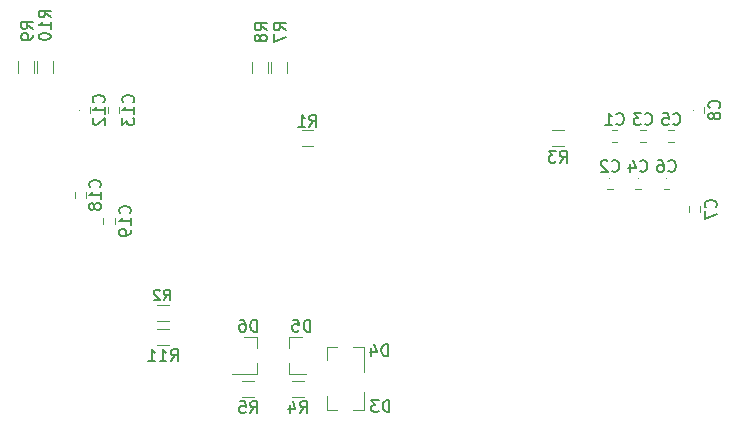
<source format=gbo>
G04 #@! TF.FileFunction,Legend,Bot*
%FSLAX46Y46*%
G04 Gerber Fmt 4.6, Leading zero omitted, Abs format (unit mm)*
G04 Created by KiCad (PCBNEW 4.0.5+dfsg1-4) date Sun Dec 23 19:03:49 2018*
%MOMM*%
%LPD*%
G01*
G04 APERTURE LIST*
%ADD10C,0.100000*%
%ADD11C,0.120000*%
%ADD12C,0.150000*%
%ADD13R,1.200000X1.300000*%
%ADD14R,1.300000X1.200000*%
%ADD15O,1.350000X1.650000*%
%ADD16O,1.950000X1.400000*%
%ADD17C,1.900000*%
%ADD18C,3.400000*%
%ADD19R,1.600000X1.300000*%
%ADD20R,1.000000X0.900000*%
%ADD21R,0.900000X1.000000*%
%ADD22O,1.900000X3.700000*%
%ADD23O,1.900000X2.700000*%
%ADD24C,3.100000*%
%ADD25R,1.300000X1.600000*%
%ADD26R,2.127200X2.127200*%
%ADD27O,2.127200X2.127200*%
%ADD28O,1.600000X2.350000*%
%ADD29O,2.350000X1.600000*%
G04 APERTURE END LIST*
D10*
D11*
X130780000Y-105160000D02*
X129850000Y-105160000D01*
X127620000Y-105160000D02*
X128550000Y-105160000D01*
X127620000Y-105160000D02*
X127620000Y-103000000D01*
X130780000Y-105160000D02*
X130780000Y-103700000D01*
X127620000Y-99840000D02*
X128550000Y-99840000D01*
X130780000Y-99840000D02*
X129850000Y-99840000D01*
X130780000Y-99840000D02*
X130780000Y-102000000D01*
X127620000Y-99840000D02*
X127620000Y-101300000D01*
X124440000Y-102180000D02*
X124440000Y-101250000D01*
X124440000Y-99020000D02*
X124440000Y-99950000D01*
X124440000Y-99020000D02*
X126600000Y-99020000D01*
X124440000Y-102180000D02*
X125900000Y-102180000D01*
X121760000Y-99020000D02*
X121760000Y-99950000D01*
X121760000Y-102180000D02*
X121760000Y-101250000D01*
X121760000Y-102180000D02*
X119600000Y-102180000D01*
X121760000Y-99020000D02*
X120300000Y-99020000D01*
X125500000Y-82880000D02*
X126500000Y-82880000D01*
X126500000Y-81520000D02*
X125500000Y-81520000D01*
X114300000Y-96320000D02*
X113300000Y-96320000D01*
X113300000Y-97680000D02*
X114300000Y-97680000D01*
X146700000Y-82880000D02*
X147700000Y-82880000D01*
X147700000Y-81520000D02*
X146700000Y-81520000D01*
X124700000Y-104080000D02*
X125700000Y-104080000D01*
X125700000Y-102720000D02*
X124700000Y-102720000D01*
X121500000Y-102720000D02*
X120500000Y-102720000D01*
X120500000Y-104080000D02*
X121500000Y-104080000D01*
X151750000Y-81530000D02*
X152250000Y-81530000D01*
X152250000Y-82470000D02*
X151750000Y-82470000D01*
X151350000Y-85530000D02*
X151850000Y-85530000D01*
X151850000Y-86470000D02*
X151350000Y-86470000D01*
X154150000Y-81530000D02*
X154650000Y-81530000D01*
X154650000Y-82470000D02*
X154150000Y-82470000D01*
X153750000Y-85530000D02*
X154250000Y-85530000D01*
X154250000Y-86470000D02*
X153750000Y-86470000D01*
X157050000Y-82470000D02*
X156550000Y-82470000D01*
X156550000Y-81530000D02*
X157050000Y-81530000D01*
X156650000Y-86470000D02*
X156150000Y-86470000D01*
X156150000Y-85530000D02*
X156650000Y-85530000D01*
X159270000Y-87950000D02*
X159270000Y-88450000D01*
X158330000Y-88450000D02*
X158330000Y-87950000D01*
X158630000Y-80050000D02*
X158630000Y-79550000D01*
X159570000Y-79550000D02*
X159570000Y-80050000D01*
X107570000Y-79550000D02*
X107570000Y-80050000D01*
X106630000Y-80050000D02*
X106630000Y-79550000D01*
X110070000Y-79550000D02*
X110070000Y-80050000D01*
X109130000Y-80050000D02*
X109130000Y-79550000D01*
X107270000Y-86750000D02*
X107270000Y-87250000D01*
X106330000Y-87250000D02*
X106330000Y-86750000D01*
X108730000Y-89450000D02*
X108730000Y-88950000D01*
X109670000Y-88950000D02*
X109670000Y-89450000D01*
X122920000Y-75700000D02*
X122920000Y-76700000D01*
X124280000Y-76700000D02*
X124280000Y-75700000D01*
X121320000Y-75700000D02*
X121320000Y-76700000D01*
X122680000Y-76700000D02*
X122680000Y-75700000D01*
X102880000Y-76650000D02*
X102880000Y-75650000D01*
X101520000Y-75650000D02*
X101520000Y-76650000D01*
X104430000Y-76650000D02*
X104430000Y-75650000D01*
X103070000Y-75650000D02*
X103070000Y-76650000D01*
X114300000Y-98320000D02*
X113300000Y-98320000D01*
X113300000Y-99680000D02*
X114300000Y-99680000D01*
D12*
X132938095Y-105352381D02*
X132938095Y-104352381D01*
X132700000Y-104352381D01*
X132557142Y-104400000D01*
X132461904Y-104495238D01*
X132414285Y-104590476D01*
X132366666Y-104780952D01*
X132366666Y-104923810D01*
X132414285Y-105114286D01*
X132461904Y-105209524D01*
X132557142Y-105304762D01*
X132700000Y-105352381D01*
X132938095Y-105352381D01*
X132033333Y-104352381D02*
X131414285Y-104352381D01*
X131747619Y-104733333D01*
X131604761Y-104733333D01*
X131509523Y-104780952D01*
X131461904Y-104828571D01*
X131414285Y-104923810D01*
X131414285Y-105161905D01*
X131461904Y-105257143D01*
X131509523Y-105304762D01*
X131604761Y-105352381D01*
X131890476Y-105352381D01*
X131985714Y-105304762D01*
X132033333Y-105257143D01*
X132838095Y-100652381D02*
X132838095Y-99652381D01*
X132600000Y-99652381D01*
X132457142Y-99700000D01*
X132361904Y-99795238D01*
X132314285Y-99890476D01*
X132266666Y-100080952D01*
X132266666Y-100223810D01*
X132314285Y-100414286D01*
X132361904Y-100509524D01*
X132457142Y-100604762D01*
X132600000Y-100652381D01*
X132838095Y-100652381D01*
X131409523Y-99985714D02*
X131409523Y-100652381D01*
X131647619Y-99604762D02*
X131885714Y-100319048D01*
X131266666Y-100319048D01*
X126238095Y-98552381D02*
X126238095Y-97552381D01*
X126000000Y-97552381D01*
X125857142Y-97600000D01*
X125761904Y-97695238D01*
X125714285Y-97790476D01*
X125666666Y-97980952D01*
X125666666Y-98123810D01*
X125714285Y-98314286D01*
X125761904Y-98409524D01*
X125857142Y-98504762D01*
X126000000Y-98552381D01*
X126238095Y-98552381D01*
X124761904Y-97552381D02*
X125238095Y-97552381D01*
X125285714Y-98028571D01*
X125238095Y-97980952D01*
X125142857Y-97933333D01*
X124904761Y-97933333D01*
X124809523Y-97980952D01*
X124761904Y-98028571D01*
X124714285Y-98123810D01*
X124714285Y-98361905D01*
X124761904Y-98457143D01*
X124809523Y-98504762D01*
X124904761Y-98552381D01*
X125142857Y-98552381D01*
X125238095Y-98504762D01*
X125285714Y-98457143D01*
X121738095Y-98552381D02*
X121738095Y-97552381D01*
X121500000Y-97552381D01*
X121357142Y-97600000D01*
X121261904Y-97695238D01*
X121214285Y-97790476D01*
X121166666Y-97980952D01*
X121166666Y-98123810D01*
X121214285Y-98314286D01*
X121261904Y-98409524D01*
X121357142Y-98504762D01*
X121500000Y-98552381D01*
X121738095Y-98552381D01*
X120309523Y-97552381D02*
X120500000Y-97552381D01*
X120595238Y-97600000D01*
X120642857Y-97647619D01*
X120738095Y-97790476D01*
X120785714Y-97980952D01*
X120785714Y-98361905D01*
X120738095Y-98457143D01*
X120690476Y-98504762D01*
X120595238Y-98552381D01*
X120404761Y-98552381D01*
X120309523Y-98504762D01*
X120261904Y-98457143D01*
X120214285Y-98361905D01*
X120214285Y-98123810D01*
X120261904Y-98028571D01*
X120309523Y-97980952D01*
X120404761Y-97933333D01*
X120595238Y-97933333D01*
X120690476Y-97980952D01*
X120738095Y-98028571D01*
X120785714Y-98123810D01*
X126166666Y-81202381D02*
X126500000Y-80726190D01*
X126738095Y-81202381D02*
X126738095Y-80202381D01*
X126357142Y-80202381D01*
X126261904Y-80250000D01*
X126214285Y-80297619D01*
X126166666Y-80392857D01*
X126166666Y-80535714D01*
X126214285Y-80630952D01*
X126261904Y-80678571D01*
X126357142Y-80726190D01*
X126738095Y-80726190D01*
X125214285Y-81202381D02*
X125785714Y-81202381D01*
X125500000Y-81202381D02*
X125500000Y-80202381D01*
X125595238Y-80345238D01*
X125690476Y-80440476D01*
X125785714Y-80488095D01*
X113850000Y-95907143D02*
X114150000Y-95478571D01*
X114364285Y-95907143D02*
X114364285Y-95007143D01*
X114021428Y-95007143D01*
X113935714Y-95050000D01*
X113892857Y-95092857D01*
X113850000Y-95178571D01*
X113850000Y-95307143D01*
X113892857Y-95392857D01*
X113935714Y-95435714D01*
X114021428Y-95478571D01*
X114364285Y-95478571D01*
X113507142Y-95092857D02*
X113464285Y-95050000D01*
X113378571Y-95007143D01*
X113164285Y-95007143D01*
X113078571Y-95050000D01*
X113035714Y-95092857D01*
X112992857Y-95178571D01*
X112992857Y-95264286D01*
X113035714Y-95392857D01*
X113550000Y-95907143D01*
X112992857Y-95907143D01*
X147366666Y-84252381D02*
X147700000Y-83776190D01*
X147938095Y-84252381D02*
X147938095Y-83252381D01*
X147557142Y-83252381D01*
X147461904Y-83300000D01*
X147414285Y-83347619D01*
X147366666Y-83442857D01*
X147366666Y-83585714D01*
X147414285Y-83680952D01*
X147461904Y-83728571D01*
X147557142Y-83776190D01*
X147938095Y-83776190D01*
X147033333Y-83252381D02*
X146414285Y-83252381D01*
X146747619Y-83633333D01*
X146604761Y-83633333D01*
X146509523Y-83680952D01*
X146461904Y-83728571D01*
X146414285Y-83823810D01*
X146414285Y-84061905D01*
X146461904Y-84157143D01*
X146509523Y-84204762D01*
X146604761Y-84252381D01*
X146890476Y-84252381D01*
X146985714Y-84204762D01*
X147033333Y-84157143D01*
X125366666Y-105452381D02*
X125700000Y-104976190D01*
X125938095Y-105452381D02*
X125938095Y-104452381D01*
X125557142Y-104452381D01*
X125461904Y-104500000D01*
X125414285Y-104547619D01*
X125366666Y-104642857D01*
X125366666Y-104785714D01*
X125414285Y-104880952D01*
X125461904Y-104928571D01*
X125557142Y-104976190D01*
X125938095Y-104976190D01*
X124509523Y-104785714D02*
X124509523Y-105452381D01*
X124747619Y-104404762D02*
X124985714Y-105119048D01*
X124366666Y-105119048D01*
X121166666Y-105452381D02*
X121500000Y-104976190D01*
X121738095Y-105452381D02*
X121738095Y-104452381D01*
X121357142Y-104452381D01*
X121261904Y-104500000D01*
X121214285Y-104547619D01*
X121166666Y-104642857D01*
X121166666Y-104785714D01*
X121214285Y-104880952D01*
X121261904Y-104928571D01*
X121357142Y-104976190D01*
X121738095Y-104976190D01*
X120261904Y-104452381D02*
X120738095Y-104452381D01*
X120785714Y-104928571D01*
X120738095Y-104880952D01*
X120642857Y-104833333D01*
X120404761Y-104833333D01*
X120309523Y-104880952D01*
X120261904Y-104928571D01*
X120214285Y-105023810D01*
X120214285Y-105261905D01*
X120261904Y-105357143D01*
X120309523Y-105404762D01*
X120404761Y-105452381D01*
X120642857Y-105452381D01*
X120738095Y-105404762D01*
X120785714Y-105357143D01*
X152166666Y-80957143D02*
X152214285Y-81004762D01*
X152357142Y-81052381D01*
X152452380Y-81052381D01*
X152595238Y-81004762D01*
X152690476Y-80909524D01*
X152738095Y-80814286D01*
X152785714Y-80623810D01*
X152785714Y-80480952D01*
X152738095Y-80290476D01*
X152690476Y-80195238D01*
X152595238Y-80100000D01*
X152452380Y-80052381D01*
X152357142Y-80052381D01*
X152214285Y-80100000D01*
X152166666Y-80147619D01*
X151214285Y-81052381D02*
X151785714Y-81052381D01*
X151500000Y-81052381D02*
X151500000Y-80052381D01*
X151595238Y-80195238D01*
X151690476Y-80290476D01*
X151785714Y-80338095D01*
X151766666Y-84957143D02*
X151814285Y-85004762D01*
X151957142Y-85052381D01*
X152052380Y-85052381D01*
X152195238Y-85004762D01*
X152290476Y-84909524D01*
X152338095Y-84814286D01*
X152385714Y-84623810D01*
X152385714Y-84480952D01*
X152338095Y-84290476D01*
X152290476Y-84195238D01*
X152195238Y-84100000D01*
X152052380Y-84052381D01*
X151957142Y-84052381D01*
X151814285Y-84100000D01*
X151766666Y-84147619D01*
X151385714Y-84147619D02*
X151338095Y-84100000D01*
X151242857Y-84052381D01*
X151004761Y-84052381D01*
X150909523Y-84100000D01*
X150861904Y-84147619D01*
X150814285Y-84242857D01*
X150814285Y-84338095D01*
X150861904Y-84480952D01*
X151433333Y-85052381D01*
X150814285Y-85052381D01*
X154566666Y-80957143D02*
X154614285Y-81004762D01*
X154757142Y-81052381D01*
X154852380Y-81052381D01*
X154995238Y-81004762D01*
X155090476Y-80909524D01*
X155138095Y-80814286D01*
X155185714Y-80623810D01*
X155185714Y-80480952D01*
X155138095Y-80290476D01*
X155090476Y-80195238D01*
X154995238Y-80100000D01*
X154852380Y-80052381D01*
X154757142Y-80052381D01*
X154614285Y-80100000D01*
X154566666Y-80147619D01*
X154233333Y-80052381D02*
X153614285Y-80052381D01*
X153947619Y-80433333D01*
X153804761Y-80433333D01*
X153709523Y-80480952D01*
X153661904Y-80528571D01*
X153614285Y-80623810D01*
X153614285Y-80861905D01*
X153661904Y-80957143D01*
X153709523Y-81004762D01*
X153804761Y-81052381D01*
X154090476Y-81052381D01*
X154185714Y-81004762D01*
X154233333Y-80957143D01*
X154166666Y-84957143D02*
X154214285Y-85004762D01*
X154357142Y-85052381D01*
X154452380Y-85052381D01*
X154595238Y-85004762D01*
X154690476Y-84909524D01*
X154738095Y-84814286D01*
X154785714Y-84623810D01*
X154785714Y-84480952D01*
X154738095Y-84290476D01*
X154690476Y-84195238D01*
X154595238Y-84100000D01*
X154452380Y-84052381D01*
X154357142Y-84052381D01*
X154214285Y-84100000D01*
X154166666Y-84147619D01*
X153309523Y-84385714D02*
X153309523Y-85052381D01*
X153547619Y-84004762D02*
X153785714Y-84719048D01*
X153166666Y-84719048D01*
X156966666Y-80957143D02*
X157014285Y-81004762D01*
X157157142Y-81052381D01*
X157252380Y-81052381D01*
X157395238Y-81004762D01*
X157490476Y-80909524D01*
X157538095Y-80814286D01*
X157585714Y-80623810D01*
X157585714Y-80480952D01*
X157538095Y-80290476D01*
X157490476Y-80195238D01*
X157395238Y-80100000D01*
X157252380Y-80052381D01*
X157157142Y-80052381D01*
X157014285Y-80100000D01*
X156966666Y-80147619D01*
X156061904Y-80052381D02*
X156538095Y-80052381D01*
X156585714Y-80528571D01*
X156538095Y-80480952D01*
X156442857Y-80433333D01*
X156204761Y-80433333D01*
X156109523Y-80480952D01*
X156061904Y-80528571D01*
X156014285Y-80623810D01*
X156014285Y-80861905D01*
X156061904Y-80957143D01*
X156109523Y-81004762D01*
X156204761Y-81052381D01*
X156442857Y-81052381D01*
X156538095Y-81004762D01*
X156585714Y-80957143D01*
X156566666Y-84957143D02*
X156614285Y-85004762D01*
X156757142Y-85052381D01*
X156852380Y-85052381D01*
X156995238Y-85004762D01*
X157090476Y-84909524D01*
X157138095Y-84814286D01*
X157185714Y-84623810D01*
X157185714Y-84480952D01*
X157138095Y-84290476D01*
X157090476Y-84195238D01*
X156995238Y-84100000D01*
X156852380Y-84052381D01*
X156757142Y-84052381D01*
X156614285Y-84100000D01*
X156566666Y-84147619D01*
X155709523Y-84052381D02*
X155900000Y-84052381D01*
X155995238Y-84100000D01*
X156042857Y-84147619D01*
X156138095Y-84290476D01*
X156185714Y-84480952D01*
X156185714Y-84861905D01*
X156138095Y-84957143D01*
X156090476Y-85004762D01*
X155995238Y-85052381D01*
X155804761Y-85052381D01*
X155709523Y-85004762D01*
X155661904Y-84957143D01*
X155614285Y-84861905D01*
X155614285Y-84623810D01*
X155661904Y-84528571D01*
X155709523Y-84480952D01*
X155804761Y-84433333D01*
X155995238Y-84433333D01*
X156090476Y-84480952D01*
X156138095Y-84528571D01*
X156185714Y-84623810D01*
X160557143Y-88033334D02*
X160604762Y-87985715D01*
X160652381Y-87842858D01*
X160652381Y-87747620D01*
X160604762Y-87604762D01*
X160509524Y-87509524D01*
X160414286Y-87461905D01*
X160223810Y-87414286D01*
X160080952Y-87414286D01*
X159890476Y-87461905D01*
X159795238Y-87509524D01*
X159700000Y-87604762D01*
X159652381Y-87747620D01*
X159652381Y-87842858D01*
X159700000Y-87985715D01*
X159747619Y-88033334D01*
X159652381Y-88366667D02*
X159652381Y-89033334D01*
X160652381Y-88604762D01*
X160857143Y-79633334D02*
X160904762Y-79585715D01*
X160952381Y-79442858D01*
X160952381Y-79347620D01*
X160904762Y-79204762D01*
X160809524Y-79109524D01*
X160714286Y-79061905D01*
X160523810Y-79014286D01*
X160380952Y-79014286D01*
X160190476Y-79061905D01*
X160095238Y-79109524D01*
X160000000Y-79204762D01*
X159952381Y-79347620D01*
X159952381Y-79442858D01*
X160000000Y-79585715D01*
X160047619Y-79633334D01*
X160380952Y-80204762D02*
X160333333Y-80109524D01*
X160285714Y-80061905D01*
X160190476Y-80014286D01*
X160142857Y-80014286D01*
X160047619Y-80061905D01*
X160000000Y-80109524D01*
X159952381Y-80204762D01*
X159952381Y-80395239D01*
X160000000Y-80490477D01*
X160047619Y-80538096D01*
X160142857Y-80585715D01*
X160190476Y-80585715D01*
X160285714Y-80538096D01*
X160333333Y-80490477D01*
X160380952Y-80395239D01*
X160380952Y-80204762D01*
X160428571Y-80109524D01*
X160476190Y-80061905D01*
X160571429Y-80014286D01*
X160761905Y-80014286D01*
X160857143Y-80061905D01*
X160904762Y-80109524D01*
X160952381Y-80204762D01*
X160952381Y-80395239D01*
X160904762Y-80490477D01*
X160857143Y-80538096D01*
X160761905Y-80585715D01*
X160571429Y-80585715D01*
X160476190Y-80538096D01*
X160428571Y-80490477D01*
X160380952Y-80395239D01*
X108727143Y-79157143D02*
X108774762Y-79109524D01*
X108822381Y-78966667D01*
X108822381Y-78871429D01*
X108774762Y-78728571D01*
X108679524Y-78633333D01*
X108584286Y-78585714D01*
X108393810Y-78538095D01*
X108250952Y-78538095D01*
X108060476Y-78585714D01*
X107965238Y-78633333D01*
X107870000Y-78728571D01*
X107822381Y-78871429D01*
X107822381Y-78966667D01*
X107870000Y-79109524D01*
X107917619Y-79157143D01*
X108822381Y-80109524D02*
X108822381Y-79538095D01*
X108822381Y-79823809D02*
X107822381Y-79823809D01*
X107965238Y-79728571D01*
X108060476Y-79633333D01*
X108108095Y-79538095D01*
X107917619Y-80490476D02*
X107870000Y-80538095D01*
X107822381Y-80633333D01*
X107822381Y-80871429D01*
X107870000Y-80966667D01*
X107917619Y-81014286D01*
X108012857Y-81061905D01*
X108108095Y-81061905D01*
X108250952Y-81014286D01*
X108822381Y-80442857D01*
X108822381Y-81061905D01*
X111227143Y-79157143D02*
X111274762Y-79109524D01*
X111322381Y-78966667D01*
X111322381Y-78871429D01*
X111274762Y-78728571D01*
X111179524Y-78633333D01*
X111084286Y-78585714D01*
X110893810Y-78538095D01*
X110750952Y-78538095D01*
X110560476Y-78585714D01*
X110465238Y-78633333D01*
X110370000Y-78728571D01*
X110322381Y-78871429D01*
X110322381Y-78966667D01*
X110370000Y-79109524D01*
X110417619Y-79157143D01*
X111322381Y-80109524D02*
X111322381Y-79538095D01*
X111322381Y-79823809D02*
X110322381Y-79823809D01*
X110465238Y-79728571D01*
X110560476Y-79633333D01*
X110608095Y-79538095D01*
X110322381Y-80442857D02*
X110322381Y-81061905D01*
X110703333Y-80728571D01*
X110703333Y-80871429D01*
X110750952Y-80966667D01*
X110798571Y-81014286D01*
X110893810Y-81061905D01*
X111131905Y-81061905D01*
X111227143Y-81014286D01*
X111274762Y-80966667D01*
X111322381Y-80871429D01*
X111322381Y-80585714D01*
X111274762Y-80490476D01*
X111227143Y-80442857D01*
X108427143Y-86357143D02*
X108474762Y-86309524D01*
X108522381Y-86166667D01*
X108522381Y-86071429D01*
X108474762Y-85928571D01*
X108379524Y-85833333D01*
X108284286Y-85785714D01*
X108093810Y-85738095D01*
X107950952Y-85738095D01*
X107760476Y-85785714D01*
X107665238Y-85833333D01*
X107570000Y-85928571D01*
X107522381Y-86071429D01*
X107522381Y-86166667D01*
X107570000Y-86309524D01*
X107617619Y-86357143D01*
X108522381Y-87309524D02*
X108522381Y-86738095D01*
X108522381Y-87023809D02*
X107522381Y-87023809D01*
X107665238Y-86928571D01*
X107760476Y-86833333D01*
X107808095Y-86738095D01*
X107950952Y-87880952D02*
X107903333Y-87785714D01*
X107855714Y-87738095D01*
X107760476Y-87690476D01*
X107712857Y-87690476D01*
X107617619Y-87738095D01*
X107570000Y-87785714D01*
X107522381Y-87880952D01*
X107522381Y-88071429D01*
X107570000Y-88166667D01*
X107617619Y-88214286D01*
X107712857Y-88261905D01*
X107760476Y-88261905D01*
X107855714Y-88214286D01*
X107903333Y-88166667D01*
X107950952Y-88071429D01*
X107950952Y-87880952D01*
X107998571Y-87785714D01*
X108046190Y-87738095D01*
X108141429Y-87690476D01*
X108331905Y-87690476D01*
X108427143Y-87738095D01*
X108474762Y-87785714D01*
X108522381Y-87880952D01*
X108522381Y-88071429D01*
X108474762Y-88166667D01*
X108427143Y-88214286D01*
X108331905Y-88261905D01*
X108141429Y-88261905D01*
X108046190Y-88214286D01*
X107998571Y-88166667D01*
X107950952Y-88071429D01*
X110957143Y-88557143D02*
X111004762Y-88509524D01*
X111052381Y-88366667D01*
X111052381Y-88271429D01*
X111004762Y-88128571D01*
X110909524Y-88033333D01*
X110814286Y-87985714D01*
X110623810Y-87938095D01*
X110480952Y-87938095D01*
X110290476Y-87985714D01*
X110195238Y-88033333D01*
X110100000Y-88128571D01*
X110052381Y-88271429D01*
X110052381Y-88366667D01*
X110100000Y-88509524D01*
X110147619Y-88557143D01*
X111052381Y-89509524D02*
X111052381Y-88938095D01*
X111052381Y-89223809D02*
X110052381Y-89223809D01*
X110195238Y-89128571D01*
X110290476Y-89033333D01*
X110338095Y-88938095D01*
X111052381Y-89985714D02*
X111052381Y-90176190D01*
X111004762Y-90271429D01*
X110957143Y-90319048D01*
X110814286Y-90414286D01*
X110623810Y-90461905D01*
X110242857Y-90461905D01*
X110147619Y-90414286D01*
X110100000Y-90366667D01*
X110052381Y-90271429D01*
X110052381Y-90080952D01*
X110100000Y-89985714D01*
X110147619Y-89938095D01*
X110242857Y-89890476D01*
X110480952Y-89890476D01*
X110576190Y-89938095D01*
X110623810Y-89985714D01*
X110671429Y-90080952D01*
X110671429Y-90271429D01*
X110623810Y-90366667D01*
X110576190Y-90414286D01*
X110480952Y-90461905D01*
X124152381Y-73033334D02*
X123676190Y-72700000D01*
X124152381Y-72461905D02*
X123152381Y-72461905D01*
X123152381Y-72842858D01*
X123200000Y-72938096D01*
X123247619Y-72985715D01*
X123342857Y-73033334D01*
X123485714Y-73033334D01*
X123580952Y-72985715D01*
X123628571Y-72938096D01*
X123676190Y-72842858D01*
X123676190Y-72461905D01*
X123152381Y-73366667D02*
X123152381Y-74033334D01*
X124152381Y-73604762D01*
X122552381Y-73033334D02*
X122076190Y-72700000D01*
X122552381Y-72461905D02*
X121552381Y-72461905D01*
X121552381Y-72842858D01*
X121600000Y-72938096D01*
X121647619Y-72985715D01*
X121742857Y-73033334D01*
X121885714Y-73033334D01*
X121980952Y-72985715D01*
X122028571Y-72938096D01*
X122076190Y-72842858D01*
X122076190Y-72461905D01*
X121980952Y-73604762D02*
X121933333Y-73509524D01*
X121885714Y-73461905D01*
X121790476Y-73414286D01*
X121742857Y-73414286D01*
X121647619Y-73461905D01*
X121600000Y-73509524D01*
X121552381Y-73604762D01*
X121552381Y-73795239D01*
X121600000Y-73890477D01*
X121647619Y-73938096D01*
X121742857Y-73985715D01*
X121790476Y-73985715D01*
X121885714Y-73938096D01*
X121933333Y-73890477D01*
X121980952Y-73795239D01*
X121980952Y-73604762D01*
X122028571Y-73509524D01*
X122076190Y-73461905D01*
X122171429Y-73414286D01*
X122361905Y-73414286D01*
X122457143Y-73461905D01*
X122504762Y-73509524D01*
X122552381Y-73604762D01*
X122552381Y-73795239D01*
X122504762Y-73890477D01*
X122457143Y-73938096D01*
X122361905Y-73985715D01*
X122171429Y-73985715D01*
X122076190Y-73938096D01*
X122028571Y-73890477D01*
X121980952Y-73795239D01*
X102752381Y-72933334D02*
X102276190Y-72600000D01*
X102752381Y-72361905D02*
X101752381Y-72361905D01*
X101752381Y-72742858D01*
X101800000Y-72838096D01*
X101847619Y-72885715D01*
X101942857Y-72933334D01*
X102085714Y-72933334D01*
X102180952Y-72885715D01*
X102228571Y-72838096D01*
X102276190Y-72742858D01*
X102276190Y-72361905D01*
X102752381Y-73409524D02*
X102752381Y-73600000D01*
X102704762Y-73695239D01*
X102657143Y-73742858D01*
X102514286Y-73838096D01*
X102323810Y-73885715D01*
X101942857Y-73885715D01*
X101847619Y-73838096D01*
X101800000Y-73790477D01*
X101752381Y-73695239D01*
X101752381Y-73504762D01*
X101800000Y-73409524D01*
X101847619Y-73361905D01*
X101942857Y-73314286D01*
X102180952Y-73314286D01*
X102276190Y-73361905D01*
X102323810Y-73409524D01*
X102371429Y-73504762D01*
X102371429Y-73695239D01*
X102323810Y-73790477D01*
X102276190Y-73838096D01*
X102180952Y-73885715D01*
X104252381Y-71957143D02*
X103776190Y-71623809D01*
X104252381Y-71385714D02*
X103252381Y-71385714D01*
X103252381Y-71766667D01*
X103300000Y-71861905D01*
X103347619Y-71909524D01*
X103442857Y-71957143D01*
X103585714Y-71957143D01*
X103680952Y-71909524D01*
X103728571Y-71861905D01*
X103776190Y-71766667D01*
X103776190Y-71385714D01*
X104252381Y-72909524D02*
X104252381Y-72338095D01*
X104252381Y-72623809D02*
X103252381Y-72623809D01*
X103395238Y-72528571D01*
X103490476Y-72433333D01*
X103538095Y-72338095D01*
X103252381Y-73528571D02*
X103252381Y-73623810D01*
X103300000Y-73719048D01*
X103347619Y-73766667D01*
X103442857Y-73814286D01*
X103633333Y-73861905D01*
X103871429Y-73861905D01*
X104061905Y-73814286D01*
X104157143Y-73766667D01*
X104204762Y-73719048D01*
X104252381Y-73623810D01*
X104252381Y-73528571D01*
X104204762Y-73433333D01*
X104157143Y-73385714D01*
X104061905Y-73338095D01*
X103871429Y-73290476D01*
X103633333Y-73290476D01*
X103442857Y-73338095D01*
X103347619Y-73385714D01*
X103300000Y-73433333D01*
X103252381Y-73528571D01*
X114442857Y-101052381D02*
X114776191Y-100576190D01*
X115014286Y-101052381D02*
X115014286Y-100052381D01*
X114633333Y-100052381D01*
X114538095Y-100100000D01*
X114490476Y-100147619D01*
X114442857Y-100242857D01*
X114442857Y-100385714D01*
X114490476Y-100480952D01*
X114538095Y-100528571D01*
X114633333Y-100576190D01*
X115014286Y-100576190D01*
X113490476Y-101052381D02*
X114061905Y-101052381D01*
X113776191Y-101052381D02*
X113776191Y-100052381D01*
X113871429Y-100195238D01*
X113966667Y-100290476D01*
X114061905Y-100338095D01*
X112538095Y-101052381D02*
X113109524Y-101052381D01*
X112823810Y-101052381D02*
X112823810Y-100052381D01*
X112919048Y-100195238D01*
X113014286Y-100290476D01*
X113109524Y-100338095D01*
%LPC*%
D13*
X128250000Y-103400000D03*
X130150000Y-103400000D03*
X129200000Y-105400000D03*
X130150000Y-101600000D03*
X128250000Y-101600000D03*
X129200000Y-99600000D03*
D14*
X126200000Y-99650000D03*
X126200000Y-101550000D03*
X124200000Y-100600000D03*
X120000000Y-101550000D03*
X120000000Y-99650000D03*
X122000000Y-100600000D03*
D15*
X175250000Y-77300000D03*
X175250000Y-72300000D03*
D16*
X177950000Y-78300000D03*
X177950000Y-71300000D03*
D17*
X167700000Y-88490000D03*
X167700000Y-91030000D03*
X167700000Y-93060000D03*
X167700000Y-95600000D03*
D18*
X170370000Y-85440000D03*
X170370000Y-99160000D03*
D19*
X127100000Y-82200000D03*
X124900000Y-82200000D03*
X112700000Y-97000000D03*
X114900000Y-97000000D03*
X148300000Y-82200000D03*
X146100000Y-82200000D03*
X126300000Y-103400000D03*
X124100000Y-103400000D03*
X119900000Y-103400000D03*
X122100000Y-103400000D03*
D20*
X152550000Y-82000000D03*
X151450000Y-82000000D03*
X152150000Y-86000000D03*
X151050000Y-86000000D03*
X154950000Y-82000000D03*
X153850000Y-82000000D03*
X154550000Y-86000000D03*
X153450000Y-86000000D03*
X156250000Y-82000000D03*
X157350000Y-82000000D03*
X155850000Y-86000000D03*
X156950000Y-86000000D03*
D21*
X158800000Y-88750000D03*
X158800000Y-87650000D03*
X159100000Y-79250000D03*
X159100000Y-80350000D03*
D22*
X117950000Y-96760000D03*
X132450000Y-96760000D03*
D23*
X117950000Y-102720000D03*
X132450000Y-102720000D03*
D24*
X89800000Y-104200000D03*
X178600000Y-104200000D03*
X178600000Y-46200000D03*
X89800000Y-46200000D03*
D21*
X107100000Y-80350000D03*
X107100000Y-79250000D03*
X109600000Y-80350000D03*
X109600000Y-79250000D03*
X106800000Y-87550000D03*
X106800000Y-86450000D03*
X109200000Y-88650000D03*
X109200000Y-89750000D03*
D25*
X123600000Y-77300000D03*
X123600000Y-75100000D03*
X122000000Y-77300000D03*
X122000000Y-75100000D03*
X102200000Y-75050000D03*
X102200000Y-77250000D03*
X103750000Y-75050000D03*
X103750000Y-77250000D03*
D26*
X94200000Y-48600000D03*
D27*
X94200000Y-46060000D03*
X96740000Y-48600000D03*
X96740000Y-46060000D03*
X99280000Y-48600000D03*
X99280000Y-46060000D03*
X101820000Y-48600000D03*
X101820000Y-46060000D03*
X104360000Y-48600000D03*
X104360000Y-46060000D03*
X106900000Y-48600000D03*
X106900000Y-46060000D03*
X109440000Y-48600000D03*
X109440000Y-46060000D03*
X111980000Y-48600000D03*
X111980000Y-46060000D03*
X114520000Y-48600000D03*
X114520000Y-46060000D03*
X117060000Y-48600000D03*
X117060000Y-46060000D03*
X119600000Y-48600000D03*
X119600000Y-46060000D03*
X122140000Y-48600000D03*
X122140000Y-46060000D03*
X124680000Y-48600000D03*
X124680000Y-46060000D03*
X127220000Y-48600000D03*
X127220000Y-46060000D03*
X129760000Y-48600000D03*
X129760000Y-46060000D03*
X132300000Y-48600000D03*
X132300000Y-46060000D03*
X134840000Y-48600000D03*
X134840000Y-46060000D03*
X137380000Y-48600000D03*
X137380000Y-46060000D03*
X139920000Y-48600000D03*
X139920000Y-46060000D03*
X142460000Y-48600000D03*
X142460000Y-46060000D03*
D19*
X112700000Y-99000000D03*
X114900000Y-99000000D03*
D28*
X177200000Y-54800000D03*
D29*
X172200000Y-57300000D03*
X172200000Y-59800000D03*
X172200000Y-52300000D03*
X172200000Y-49800000D03*
M02*

</source>
